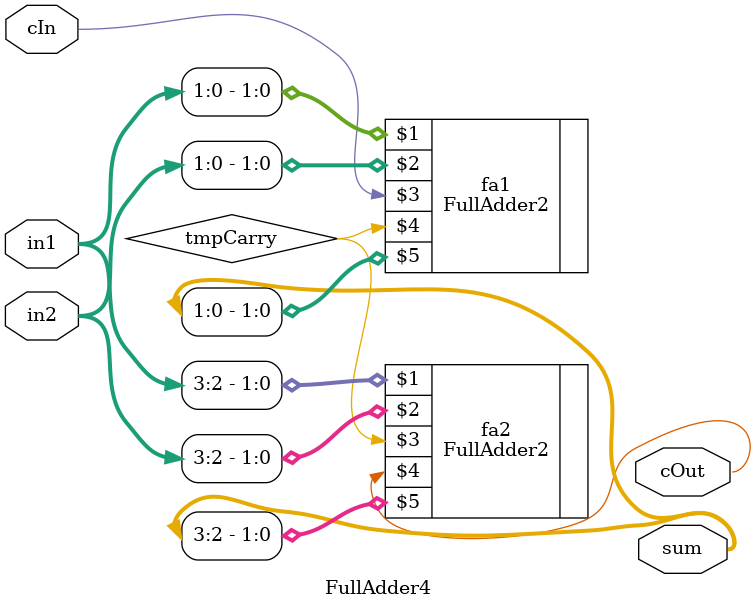
<source format=v>
`timescale 1ns / 1ps
module FullAdder4(
	input [3:0]in1,
	input [3:0]in2, 
	input cIn, 
	output cOut, 
	output [3:0] sum);
	
	wire tmpCarry; //inside carry
	
	FullAdder2 fa1(in1[1:0], in2[1:0], cIn, tmpCarry, sum[1:0]);
	FullAdder2 fa2(in1[3:2], in2[3:2], tmpCarry, cOut, sum[3:2]);


endmodule

</source>
